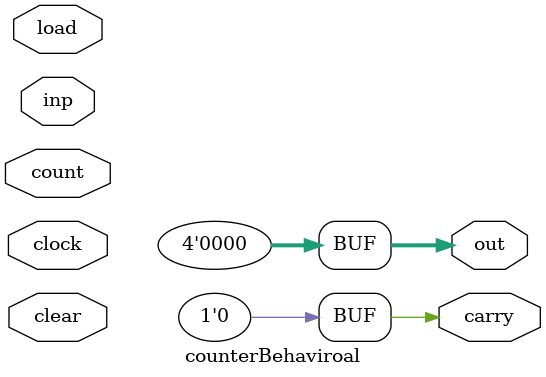
<source format=v>
module counterBehaviroal(count, load, inp, clock, clear, out, carry);

input count, load, clock, clear;
input [0:3] inp;

output carry;
output [0:3] out=0;

reg [0:3] out;
assign carry = count & ~load & (out == 4'b1111);

always @ (posedge clock)
if (load) out = inp;
else if (count) out = out + 1'b1;
else out = out;
  
always @ (negedge clear)
out=4'b0000;

endmodule


</source>
